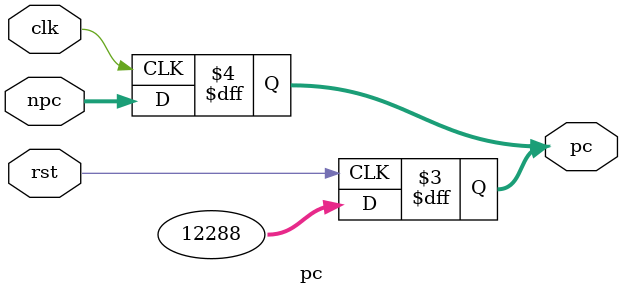
<source format=v>
`timescale 1ns/1ns
module pc(clk,rst,npc,pc);
    input clk;
    input rst;
    input [31:0] npc;
    output [31:0] pc;
    
    reg [31:0] pc;
    
    always@(posedge clk)
        pc<=npc;
        
    always@(posedge rst)
        pc<='h0000_3000;
    
endmodule
</source>
